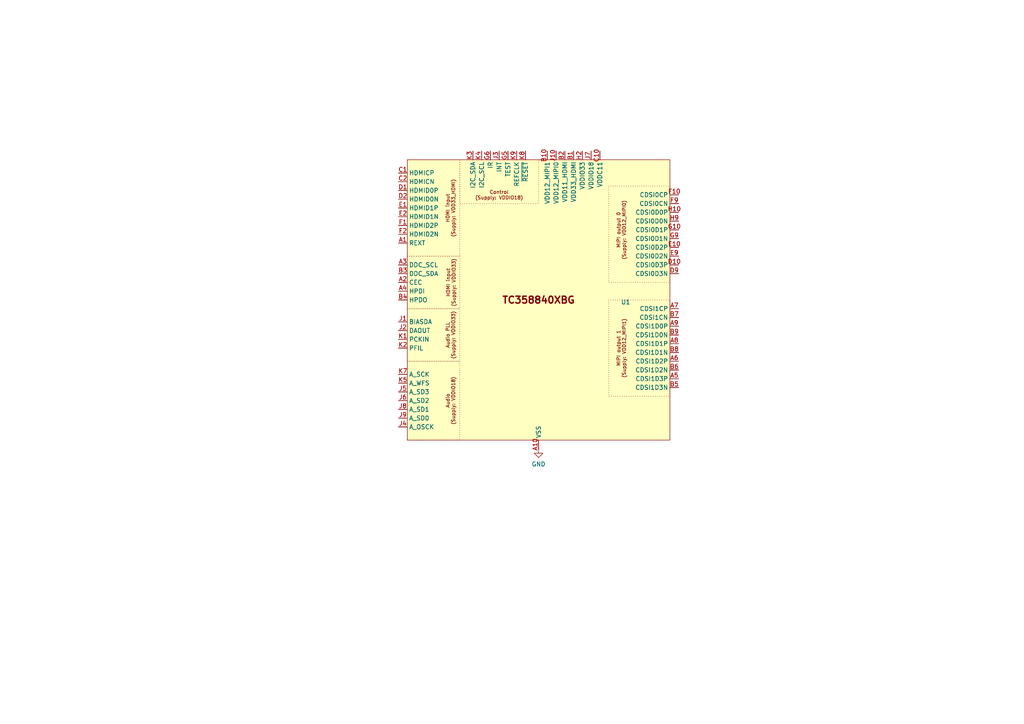
<source format=kicad_sch>
(kicad_sch (version 20230121) (generator eeschema)
  (paper "A4")
  (lib_symbols
    (symbol "power:GND" (power) (pin_names (offset 0))
      (property "Value" "GND" (at 0 -3.81 0))
      (symbol "GND_0_1"
        (polyline (pts (xy 0 0) (xy 0 -1.27) (xy 1.27 -1.27) (xy 0 -2.54) (xy -1.27 -1.27) (xy 0 -1.27)))
      )
      (symbol "GND_1_1"
        (pin power_in line (at 0 0 270) (length 0) hide (name "GND") (number "1"))
      )
    )
    (symbol "tc358870xbg:tc358870xbg"
      (property "Reference" "U" (at -36.83 41.91 0))
      (symbol "tc358870xbg_1_1"
        (rectangle (start -38.1 -17.78) (end -22.86 -40.64) (stroke (width 0) (type dot)))
        (rectangle (start -38.1 -2.54) (end -22.86 -17.78) (stroke (width 0) (type dot)))
        (rectangle (start -38.1 12.7) (end -22.86 -2.54) (stroke (width 0) (type dot)))
        (rectangle (start -38.1 40.64) (end -22.86 12.7) (stroke (width 0) (type dot)))
        (rectangle (start -38.1 40.64) (end 38.1 -40.64) (fill (type background)))
        (rectangle (start -22.86 40.64) (end 0 27.94) (stroke (width 0) (type dot)))
        (rectangle (start 20.32 0) (end 38.1 -27.94) (stroke (width 0) (type dot)))
        (rectangle (start 20.32 33.02) (end 38.1 5.08) (stroke (width 0) (type dot)))
        (text "Audio\n(Supply: VDDIO18)" (at -24.13 -29.21 900) (effects (font (size 1 1)) (justify bottom)))
        (text "Audio PLL\n(Supply: VDDIO33)" (at -24.13 -10.16 900) (effects (font (size 1 1)) (justify bottom)))
        (text "Control\n(Supply: VDDIO18)" (at -11.43 30.48 0) (effects (font (size 1 1))))
        (text "HDMI input\n(Supply: VDD33_HDMI)" (at -24.13 26.67 900) (effects (font (size 1 1)) (justify bottom)))
        (text "HDMI input\n(Supply: VDDIO33)" (at -25.4 5.08 900) (effects (font (size 1 1))))
        (text "MIPI output 0\n(Supply: VDD12_MIPI0)" (at 25.4 20.32 900) (effects (font (size 1 1)) (justify bottom)))
        (text "MIPI output 1\n(Supply: VDD12_MIPI1)" (at 25.4 -13.97 900) (effects (font (size 1 1)) (justify bottom)))
        (text "TC358840XBG" (at 0 0 0) (effects (font (size 2 2) bold)))
        (pin input line (at -40.64 16.51 0) (length 2.54) (name "REXT") (number "A1"))
        (pin power_in line (at 0 -43.18 90) (length 2.54) (name "VSS") (number "A10"))
        (pin bidirectional line (at -40.64 5.08 0) (length 2.54) (name "CEC") (number "A2"))
        (pin bidirectional line (at -40.64 10.16 0) (length 2.54) (name "DDC_SCL") (number "A3"))
        (pin input line (at -40.64 2.54 0) (length 2.54) (name "HPDI") (number "A4"))
        (pin output line (at 40.64 -22.86 180) (length 2.54) (name "CDSI1D3P") (number "A5"))
        (pin output line (at 40.64 -17.78 180) (length 2.54) (name "CDSI1D2P") (number "A6"))
        (pin output line (at 40.64 -2.54 180) (length 2.54) (name "CDSI1CP") (number "A7"))
        (pin output line (at 40.64 -12.7 180) (length 2.54) (name "CDSI1D1P") (number "A8"))
        (pin output line (at 40.64 -7.62 180) (length 2.54) (name "CDSI1D0P") (number "A9"))
        (pin power_in line (at 10.16 43.18 270) (length 2.54) (name "VDD33_HDMI") (number "B1"))
        (pin power_in line (at 2.54 43.18 270) (length 2.54) (name "VDD12_MIPI1") (number "B10"))
        (pin power_in line (at 7.62 43.18 270) (length 2.54) (name "VDD11_HDMI") (number "B2"))
        (pin bidirectional line (at -40.64 7.62 0) (length 2.54) (name "DDC_SDA") (number "B3"))
        (pin output line (at -40.64 0 0) (length 2.54) (name "HPDO") (number "B4"))
        (pin output line (at 40.64 -25.4 180) (length 2.54) (name "CDSI1D3N") (number "B5"))
        (pin output line (at 40.64 -20.32 180) (length 2.54) (name "CDSI1D2N") (number "B6"))
        (pin output line (at 40.64 -5.08 180) (length 2.54) (name "CDSI1CN") (number "B7"))
        (pin output line (at 40.64 -15.24 180) (length 2.54) (name "CDSI1D1N") (number "B8"))
        (pin output line (at 40.64 -10.16 180) (length 2.54) (name "CDSI1D0N") (number "B9"))
        (pin input line (at -40.64 36.83 0) (length 2.54) (name "HDMICP") (number "C1"))
        (pin power_in line (at 17.78 43.18 270) (length 2.54) (name "VDDC11") (number "C10"))
        (pin input line (at -40.64 34.29 0) (length 2.54) (name "HDMICN") (number "C2"))
        (pin power_in line (at 0 -43.18 90) (length 2.54) hide (name "VSS") (number "C9"))
        (pin input line (at -40.64 31.75 0) (length 2.54) (name "HDMID0P") (number "D1"))
        (pin output line (at 40.64 10.16 180) (length 2.54) (name "CDSI0D3P") (number "D10"))
        (pin input line (at -40.64 29.21 0) (length 2.54) (name "HDMID0N") (number "D2"))
        (pin power_in line (at 0 -43.18 90) (length 2.54) hide (name "VSS") (number "D4"))
        (pin power_in line (at 0 -43.18 90) (length 2.54) hide (name "VSS") (number "D5"))
        (pin power_in line (at 0 -43.18 90) (length 2.54) hide (name "VSS") (number "D6"))
        (pin power_in line (at 0 -43.18 90) (length 2.54) hide (name "VSS") (number "D7"))
        (pin output line (at 40.64 7.62 180) (length 2.54) (name "CDSI0D3N") (number "D9"))
        (pin input line (at -40.64 26.67 0) (length 2.54) (name "HDMID1P") (number "E1"))
        (pin output line (at 40.64 15.24 180) (length 2.54) (name "CDSI0D2P") (number "E10"))
        (pin input line (at -40.64 24.13 0) (length 2.54) (name "HDMID1N") (number "E2"))
        (pin power_in line (at 0 -43.18 90) (length 2.54) hide (name "VSS") (number "E4"))
        (pin power_in line (at 0 -43.18 90) (length 2.54) hide (name "VSS") (number "E5"))
        (pin power_in line (at 0 -43.18 90) (length 2.54) hide (name "VSS") (number "E6"))
        (pin power_in line (at 0 -43.18 90) (length 2.54) hide (name "VSS") (number "E7"))
        (pin output line (at 40.64 12.7 180) (length 2.54) (name "CDSI0D2N") (number "E9"))
        (pin input line (at -40.64 21.59 0) (length 2.54) (name "HDMID2P") (number "F1"))
        (pin output line (at 40.64 30.48 180) (length 2.54) (name "CDSI0CP") (number "F10"))
        (pin input line (at -40.64 19.05 0) (length 2.54) (name "HDMID2N") (number "F2"))
        (pin power_in line (at 0 -43.18 90) (length 2.54) hide (name "VSS") (number "F4"))
        (pin power_in line (at 0 -43.18 90) (length 2.54) hide (name "VSS") (number "F5"))
        (pin power_in line (at 0 -43.18 90) (length 2.54) hide (name "VSS") (number "F6"))
        (pin power_in line (at 0 -43.18 90) (length 2.54) hide (name "VSS") (number "F7"))
        (pin output line (at 40.64 27.94 180) (length 2.54) (name "CDSI0CN") (number "F9"))
        (pin power_in line (at 10.16 43.18 270) (length 2.54) hide (name "VDD33_HDMI") (number "G1"))
        (pin output line (at 40.64 20.32 180) (length 2.54) (name "CDSI0D1P") (number "G10"))
        (pin power_in line (at 7.62 43.18 270) (length 2.54) hide (name "VDD11_HDMI") (number "G2"))
        (pin power_in line (at 0 -43.18 90) (length 2.54) hide (name "VSS") (number "G4"))
        (pin input line (at -8.89 43.18 270) (length 2.54) (name "TEST") (number "G5"))
        (pin input line (at -13.97 43.18 270) (length 2.54) (name "IR") (number "G6"))
        (pin power_in line (at 0 -43.18 90) (length 2.54) hide (name "VSS") (number "G7"))
        (pin output line (at 40.64 17.78 180) (length 2.54) (name "CDSI0D1N") (number "G9"))
        (pin power_in line (at 0 -43.18 90) (length 2.54) hide (name "VSS") (number "H1"))
        (pin output line (at 40.64 25.4 180) (length 2.54) (name "CDSI0D0P") (number "H10"))
        (pin power_in line (at 12.7 43.18 270) (length 2.54) (name "VDDIO33") (number "H2"))
        (pin output line (at 40.64 22.86 180) (length 2.54) (name "CDSI0D0N") (number "H9"))
        (pin output line (at -40.64 -6.35 0) (length 2.54) (name "BIASDA") (number "J1"))
        (pin power_in line (at 5.08 43.18 270) (length 2.54) (name "VDD12_MIPI0") (number "J10"))
        (pin output line (at -40.64 -8.89 0) (length 2.54) (name "DAOUT") (number "J2"))
        (pin input line (at -11.43 43.18 270) (length 2.54) (name "INT") (number "J3"))
        (pin output line (at -40.64 -36.83 0) (length 2.54) (name "A_OSCK") (number "J4"))
        (pin output line (at -40.64 -26.67 0) (length 2.54) (name "A_SD3") (number "J5"))
        (pin output line (at -40.64 -29.21 0) (length 2.54) (name "A_SD2") (number "J6"))
        (pin power_in line (at 15.24 43.18 270) (length 2.54) (name "VDDIO18") (number "J7"))
        (pin output line (at -40.64 -31.75 0) (length 2.54) (name "A_SD1") (number "J8"))
        (pin output line (at -40.64 -34.29 0) (length 2.54) (name "A_SD0") (number "J9"))
        (pin input line (at -40.64 -11.43 0) (length 2.54) (name "PCKIN") (number "K1"))
        (pin power_in line (at 0 -43.18 90) (length 2.54) hide (name "VSS") (number "K10"))
        (pin output line (at -40.64 -13.97 0) (length 2.54) (name "PFIL") (number "K2"))
        (pin bidirectional line (at -19.05 43.18 270) (length 2.54) (name "I2C_SDA") (number "K3"))
        (pin bidirectional line (at -16.51 43.18 270) (length 2.54) (name "I2C_SCL") (number "K4"))
        (pin output line (at -40.64 -24.13 0) (length 2.54) (name "A_WFS") (number "K5"))
        (pin power_in line (at 17.78 43.18 270) (length 2.54) hide (name "VDDC11") (number "K6"))
        (pin output line (at -40.64 -21.59 0) (length 2.54) (name "A_SCK") (number "K7"))
        (pin input line (at -3.81 43.18 270) (length 2.54) (name "~{RESET}") (number "K8"))
        (pin input line (at -6.35 43.18 270) (length 2.54) (name "REFCLK") (number "K9"))
      )
    )
  )
  (symbol (lib_id "tc358870xbg:tc358870xbg") (at 156.21 86.995 0) (unit 1)
    (property "Reference" "U1" (at 181.4637 87.63 0))
    (property "Value" "~" (at 156.21 86.995 0))
    (property "Footprint" "tc358840xbg:tc358840xbg" (effects hide))
  )
  (symbol (lib_id "power:GND") (at 156.21 130.175 0) (unit 1)
    (property "Reference" "#PWR01" (effects hide))
    (property "Value" "GND" (at 156.21 134.62 0))
  )
)
</source>
